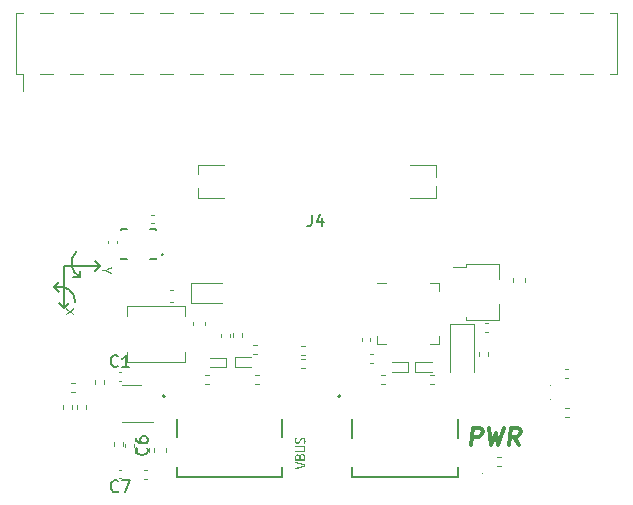
<source format=gbr>
%TF.GenerationSoftware,KiCad,Pcbnew,(7.0.0)*%
%TF.CreationDate,2023-04-19T19:18:22+08:00*%
%TF.ProjectId,Expansion,45787061-6e73-4696-9f6e-2e6b69636164,rev?*%
%TF.SameCoordinates,Original*%
%TF.FileFunction,Legend,Top*%
%TF.FilePolarity,Positive*%
%FSLAX46Y46*%
G04 Gerber Fmt 4.6, Leading zero omitted, Abs format (unit mm)*
G04 Created by KiCad (PCBNEW (7.0.0)) date 2023-04-19 19:18:22*
%MOMM*%
%LPD*%
G01*
G04 APERTURE LIST*
%ADD10C,0.150000*%
%ADD11C,0.300000*%
%ADD12C,0.120000*%
%ADD13C,0.127000*%
%ADD14C,0.100000*%
%ADD15C,0.200000*%
G04 APERTURE END LIST*
D10*
X118650000Y-90975000D02*
X118225001Y-90550001D01*
X114787783Y-92750749D02*
X115176691Y-92326484D01*
X115590000Y-90975000D02*
X118650000Y-90975000D01*
X116975000Y-91874999D02*
X116925000Y-91325000D01*
X116925000Y-91325000D02*
X116975000Y-91874999D01*
X118650000Y-90975000D02*
X118225001Y-91399999D01*
X116550144Y-94029396D02*
G75*
G03*
X114787783Y-92750749I-1309844J48496D01*
G01*
X116975000Y-91874999D02*
X116400000Y-91900000D01*
X115212047Y-93104301D02*
X114787783Y-92750749D01*
X115590000Y-90980000D02*
X115590000Y-94460000D01*
X116633016Y-89724739D02*
G75*
G03*
X116975000Y-91874999I891984J-960461D01*
G01*
X115590000Y-94460000D02*
X115165000Y-94035000D01*
X115590000Y-94460000D02*
X116015000Y-94035000D01*
G36*
X135154633Y-108036385D02*
G01*
X135165749Y-108034243D01*
X135176993Y-108032030D01*
X135188364Y-108029747D01*
X135199864Y-108027394D01*
X135211491Y-108024969D01*
X135223246Y-108022474D01*
X135235129Y-108019909D01*
X135247140Y-108017273D01*
X135259279Y-108014566D01*
X135271545Y-108011789D01*
X135283940Y-108008941D01*
X135296462Y-108006022D01*
X135309112Y-108003033D01*
X135321890Y-107999973D01*
X135334796Y-107996843D01*
X135347829Y-107993642D01*
X135360927Y-107990365D01*
X135374024Y-107987067D01*
X135387122Y-107983748D01*
X135400219Y-107980407D01*
X135413317Y-107977046D01*
X135426414Y-107973664D01*
X135439512Y-107970261D01*
X135452609Y-107966837D01*
X135465707Y-107963391D01*
X135478804Y-107959925D01*
X135491902Y-107956438D01*
X135505000Y-107952930D01*
X135518097Y-107949401D01*
X135531195Y-107945851D01*
X135544292Y-107942280D01*
X135557390Y-107938688D01*
X135570422Y-107935082D01*
X135583386Y-107931471D01*
X135596281Y-107927854D01*
X135609108Y-107924231D01*
X135621866Y-107920603D01*
X135634555Y-107916969D01*
X135647176Y-107913329D01*
X135659727Y-107909684D01*
X135672210Y-107906032D01*
X135684625Y-107902376D01*
X135696971Y-107898713D01*
X135709248Y-107895044D01*
X135721456Y-107891370D01*
X135733596Y-107887690D01*
X135745666Y-107884005D01*
X135757669Y-107880314D01*
X135769513Y-107876636D01*
X135781169Y-107872990D01*
X135792639Y-107869377D01*
X135803922Y-107865796D01*
X135815018Y-107862248D01*
X135825927Y-107858732D01*
X135836649Y-107855249D01*
X135847184Y-107851798D01*
X135857532Y-107848380D01*
X135867692Y-107844994D01*
X135877666Y-107841640D01*
X135887453Y-107838319D01*
X135897053Y-107835030D01*
X135906466Y-107831774D01*
X135915692Y-107828550D01*
X135924731Y-107825359D01*
X135911089Y-107821077D01*
X135901747Y-107818146D01*
X135892206Y-107815154D01*
X135882467Y-107812101D01*
X135872530Y-107808987D01*
X135862394Y-107805812D01*
X135852059Y-107802576D01*
X135841526Y-107799278D01*
X135830795Y-107795920D01*
X135819865Y-107792501D01*
X135808736Y-107789020D01*
X135797410Y-107785479D01*
X135785884Y-107781876D01*
X135774161Y-107778212D01*
X135762239Y-107774488D01*
X135756203Y-107772602D01*
X135744052Y-107768820D01*
X135731840Y-107765042D01*
X135719567Y-107761271D01*
X135707233Y-107757505D01*
X135694837Y-107753745D01*
X135682381Y-107749991D01*
X135669863Y-107746242D01*
X135657285Y-107742500D01*
X135644645Y-107738762D01*
X135631945Y-107735031D01*
X135619183Y-107731305D01*
X135606360Y-107727585D01*
X135593476Y-107723871D01*
X135580532Y-107720163D01*
X135567526Y-107716460D01*
X135554459Y-107712763D01*
X135541365Y-107709083D01*
X135528279Y-107705432D01*
X135515200Y-107701809D01*
X135502130Y-107698215D01*
X135489066Y-107694650D01*
X135476011Y-107691113D01*
X135462963Y-107687605D01*
X135449923Y-107684125D01*
X135436890Y-107680675D01*
X135423865Y-107677252D01*
X135410848Y-107673859D01*
X135397838Y-107670494D01*
X135384836Y-107667157D01*
X135371841Y-107663849D01*
X135358855Y-107660570D01*
X135345875Y-107657320D01*
X135332935Y-107654089D01*
X135320127Y-107650931D01*
X135307450Y-107647846D01*
X135294905Y-107644833D01*
X135282491Y-107641892D01*
X135270210Y-107639024D01*
X135258059Y-107636229D01*
X135246041Y-107633506D01*
X135234154Y-107630856D01*
X135222399Y-107628278D01*
X135210776Y-107625772D01*
X135199284Y-107623340D01*
X135187924Y-107620979D01*
X135176695Y-107618691D01*
X135165598Y-107616476D01*
X135154633Y-107614333D01*
X135154633Y-107493433D01*
X135165599Y-107495664D01*
X135177248Y-107498144D01*
X135189579Y-107500873D01*
X135202593Y-107503851D01*
X135216289Y-107507078D01*
X135225799Y-107509368D01*
X135235613Y-107511769D01*
X135245730Y-107514280D01*
X135256150Y-107516902D01*
X135266874Y-107519634D01*
X135277901Y-107522477D01*
X135289232Y-107525431D01*
X135300866Y-107528496D01*
X135306796Y-107530069D01*
X135318793Y-107533253D01*
X135330969Y-107536515D01*
X135343324Y-107539855D01*
X135355859Y-107543274D01*
X135368573Y-107546770D01*
X135381466Y-107550345D01*
X135394539Y-107553998D01*
X135407791Y-107557730D01*
X135421222Y-107561539D01*
X135434833Y-107565427D01*
X135448623Y-107569393D01*
X135462593Y-107573438D01*
X135476742Y-107577560D01*
X135491070Y-107581761D01*
X135505578Y-107586040D01*
X135520265Y-107590397D01*
X135535067Y-107594824D01*
X135549982Y-107599312D01*
X135565010Y-107603861D01*
X135580150Y-107608471D01*
X135595403Y-107613142D01*
X135610768Y-107617875D01*
X135626246Y-107622668D01*
X135641837Y-107627522D01*
X135657540Y-107632438D01*
X135673355Y-107637414D01*
X135689284Y-107642452D01*
X135705324Y-107647550D01*
X135721478Y-107652710D01*
X135737744Y-107657930D01*
X135754122Y-107663212D01*
X135770614Y-107668555D01*
X135787111Y-107673942D01*
X135803571Y-107679355D01*
X135819993Y-107684795D01*
X135836376Y-107690262D01*
X135852721Y-107695756D01*
X135869028Y-107701276D01*
X135885297Y-107706823D01*
X135901528Y-107712397D01*
X135917720Y-107717997D01*
X135933875Y-107723624D01*
X135949991Y-107729278D01*
X135966069Y-107734959D01*
X135982109Y-107740666D01*
X135998111Y-107746400D01*
X136014074Y-107752160D01*
X136030000Y-107757948D01*
X136030000Y-107901318D01*
X136014077Y-107906775D01*
X135998122Y-107912214D01*
X135982135Y-107917636D01*
X135966115Y-107923041D01*
X135950062Y-107928428D01*
X135933978Y-107933799D01*
X135917861Y-107939152D01*
X135901711Y-107944488D01*
X135885529Y-107949807D01*
X135869314Y-107955109D01*
X135853068Y-107960394D01*
X135836788Y-107965661D01*
X135820476Y-107970911D01*
X135804132Y-107976144D01*
X135787755Y-107981360D01*
X135771346Y-107986559D01*
X135754944Y-107991725D01*
X135738648Y-107996840D01*
X135722460Y-108001906D01*
X135706378Y-108006923D01*
X135690403Y-108011890D01*
X135674535Y-108016807D01*
X135658773Y-108021675D01*
X135643119Y-108026493D01*
X135627571Y-108031261D01*
X135612131Y-108035980D01*
X135596797Y-108040649D01*
X135581570Y-108045269D01*
X135566449Y-108049839D01*
X135551436Y-108054359D01*
X135536530Y-108058830D01*
X135521730Y-108063251D01*
X135507040Y-108067610D01*
X135492524Y-108071892D01*
X135478181Y-108076097D01*
X135464012Y-108080226D01*
X135450017Y-108084279D01*
X135436196Y-108088256D01*
X135422548Y-108092156D01*
X135409073Y-108095980D01*
X135395772Y-108099728D01*
X135382645Y-108103399D01*
X135369692Y-108106994D01*
X135356912Y-108110512D01*
X135344306Y-108113955D01*
X135331873Y-108117321D01*
X135319614Y-108120610D01*
X135307529Y-108123824D01*
X135295655Y-108126920D01*
X135284089Y-108129918D01*
X135272833Y-108132820D01*
X135261886Y-108135624D01*
X135251248Y-108138330D01*
X135240920Y-108140940D01*
X135230900Y-108143452D01*
X135221189Y-108145867D01*
X135207203Y-108149306D01*
X135193912Y-108152527D01*
X135181317Y-108155529D01*
X135169417Y-108158311D01*
X135158213Y-108160875D01*
X135154633Y-108161681D01*
X135154633Y-108036385D01*
G37*
G36*
X135788475Y-106846269D02*
G01*
X135803651Y-106847243D01*
X135818341Y-106848865D01*
X135832544Y-106851135D01*
X135846261Y-106854055D01*
X135859491Y-106857623D01*
X135872235Y-106861840D01*
X135884492Y-106866706D01*
X135896262Y-106872220D01*
X135907546Y-106878384D01*
X135918343Y-106885196D01*
X135928654Y-106892657D01*
X135938478Y-106900766D01*
X135947816Y-106909525D01*
X135956667Y-106918932D01*
X135965031Y-106928988D01*
X135972898Y-106939752D01*
X135980258Y-106951286D01*
X135987110Y-106963589D01*
X135993455Y-106976661D01*
X135999292Y-106990502D01*
X136004621Y-107005111D01*
X136009443Y-107020490D01*
X136013757Y-107036638D01*
X136017564Y-107053554D01*
X136020863Y-107071240D01*
X136023655Y-107089695D01*
X136025939Y-107108918D01*
X136026891Y-107118818D01*
X136027715Y-107128911D01*
X136028413Y-107139196D01*
X136028984Y-107149672D01*
X136029428Y-107160342D01*
X136029746Y-107171203D01*
X136029936Y-107182257D01*
X136030000Y-107193503D01*
X136029923Y-107204463D01*
X136029731Y-107214805D01*
X136029422Y-107225848D01*
X136029065Y-107235871D01*
X136028778Y-107242840D01*
X136028212Y-107253373D01*
X136027610Y-107263906D01*
X136026975Y-107274439D01*
X136026305Y-107284972D01*
X136025601Y-107295505D01*
X136025359Y-107299016D01*
X136024466Y-107309557D01*
X136023435Y-107320116D01*
X136022268Y-107330692D01*
X136020963Y-107341285D01*
X136019520Y-107351895D01*
X136019009Y-107355436D01*
X136017326Y-107365720D01*
X136015574Y-107375506D01*
X136013443Y-107386293D01*
X136011220Y-107396403D01*
X136009239Y-107404528D01*
X135175394Y-107404528D01*
X135172783Y-107393629D01*
X135170625Y-107383441D01*
X135168583Y-107372645D01*
X135166925Y-107362908D01*
X135165868Y-107356168D01*
X135164306Y-107345776D01*
X135162914Y-107335297D01*
X135161695Y-107324733D01*
X135160648Y-107314082D01*
X135159772Y-107303346D01*
X135159518Y-107299748D01*
X135158728Y-107288992D01*
X135158007Y-107278339D01*
X135157354Y-107267789D01*
X135156770Y-107257342D01*
X135156255Y-107246998D01*
X135156099Y-107243572D01*
X135155601Y-107233403D01*
X135155206Y-107223594D01*
X135154875Y-107212606D01*
X135154685Y-107202109D01*
X135154633Y-107193503D01*
X135154689Y-107186664D01*
X135248422Y-107186664D01*
X135248440Y-107197822D01*
X135248494Y-107208550D01*
X135248583Y-107218850D01*
X135248709Y-107228719D01*
X135248906Y-107239997D01*
X135249155Y-107250655D01*
X135249569Y-107261852D01*
X135250271Y-107272759D01*
X135251353Y-107282621D01*
X135252575Y-107289246D01*
X135529790Y-107289246D01*
X135623579Y-107289246D01*
X135930593Y-107289246D01*
X135932357Y-107278825D01*
X135933330Y-107268864D01*
X135934256Y-107257494D01*
X135934920Y-107246171D01*
X135935369Y-107235948D01*
X135935722Y-107225010D01*
X135935979Y-107213356D01*
X135936117Y-107203518D01*
X135936193Y-107193221D01*
X135936210Y-107185198D01*
X135936103Y-107174326D01*
X135935783Y-107163568D01*
X135935249Y-107152924D01*
X135934501Y-107142395D01*
X135933539Y-107131980D01*
X135932363Y-107121680D01*
X135930974Y-107111494D01*
X135929371Y-107101423D01*
X135927421Y-107091554D01*
X135925112Y-107081975D01*
X135921722Y-107070409D01*
X135917771Y-107059297D01*
X135913259Y-107048638D01*
X135908187Y-107038431D01*
X135903726Y-107030593D01*
X135897563Y-107021191D01*
X135890827Y-107012375D01*
X135883519Y-107004142D01*
X135875638Y-106996494D01*
X135867185Y-106989430D01*
X135858159Y-106982951D01*
X135854389Y-106980523D01*
X135844337Y-106975035D01*
X135833414Y-106970476D01*
X135824048Y-106967500D01*
X135814126Y-106965118D01*
X135803646Y-106963332D01*
X135792610Y-106962142D01*
X135781016Y-106961546D01*
X135775010Y-106961472D01*
X135764481Y-106961747D01*
X135754387Y-106962571D01*
X135742381Y-106964374D01*
X135731055Y-106967036D01*
X135720409Y-106970557D01*
X135710442Y-106974936D01*
X135702958Y-106979057D01*
X135694091Y-106984827D01*
X135685809Y-106991146D01*
X135678111Y-106998012D01*
X135670997Y-107005428D01*
X135664467Y-107013392D01*
X135658522Y-107021905D01*
X135656308Y-107025464D01*
X135651127Y-107034697D01*
X135646424Y-107044383D01*
X135642197Y-107054522D01*
X135638448Y-107065115D01*
X135635175Y-107076161D01*
X135632380Y-107087660D01*
X135631395Y-107092386D01*
X135629144Y-107104288D01*
X135627274Y-107116333D01*
X135626052Y-107126073D01*
X135625075Y-107135903D01*
X135624343Y-107145826D01*
X135623854Y-107155840D01*
X135623610Y-107165945D01*
X135623579Y-107171032D01*
X135623579Y-107289246D01*
X135529790Y-107289246D01*
X135529790Y-107197899D01*
X135529617Y-107186908D01*
X135529098Y-107175917D01*
X135528234Y-107164926D01*
X135527023Y-107153935D01*
X135525467Y-107142944D01*
X135523565Y-107131953D01*
X135522707Y-107127557D01*
X135520285Y-107116739D01*
X135517445Y-107106267D01*
X135514188Y-107096141D01*
X135510514Y-107086360D01*
X135506422Y-107076926D01*
X135501913Y-107067837D01*
X135499993Y-107064298D01*
X135494833Y-107055725D01*
X135489126Y-107047712D01*
X135481552Y-107038836D01*
X135473189Y-107030767D01*
X135464035Y-107023506D01*
X135457494Y-107019113D01*
X135448676Y-107014258D01*
X135439167Y-107010226D01*
X135428965Y-107007017D01*
X135418072Y-107004630D01*
X135406487Y-107003067D01*
X135396721Y-107002409D01*
X135389106Y-107002260D01*
X135377403Y-107002642D01*
X135366261Y-107003787D01*
X135355679Y-107005695D01*
X135345658Y-107008367D01*
X135336197Y-107011801D01*
X135327297Y-107015999D01*
X135323893Y-107017892D01*
X135314079Y-107024014D01*
X135304968Y-107030841D01*
X135296562Y-107038371D01*
X135288860Y-107046606D01*
X135281862Y-107055545D01*
X135279685Y-107058681D01*
X135273626Y-107068398D01*
X135268271Y-107078682D01*
X135264346Y-107087685D01*
X135260910Y-107097081D01*
X135257963Y-107106871D01*
X135255505Y-107117055D01*
X135253465Y-107127448D01*
X135251770Y-107138020D01*
X135250421Y-107148772D01*
X135249418Y-107159702D01*
X135248761Y-107170811D01*
X135248450Y-107182099D01*
X135248422Y-107186664D01*
X135154689Y-107186664D01*
X135154732Y-107181442D01*
X135155028Y-107169532D01*
X135155522Y-107157771D01*
X135156213Y-107146162D01*
X135157102Y-107134702D01*
X135158188Y-107123393D01*
X135159472Y-107112233D01*
X135160953Y-107101225D01*
X135162632Y-107090366D01*
X135164508Y-107079658D01*
X135165868Y-107072602D01*
X135168110Y-107062155D01*
X135170622Y-107051969D01*
X135173405Y-107042045D01*
X135176459Y-107032383D01*
X135179782Y-107022982D01*
X135183377Y-107013844D01*
X135188590Y-107002067D01*
X135194283Y-106990755D01*
X135200458Y-106979909D01*
X135203726Y-106974661D01*
X135210588Y-106964567D01*
X135217984Y-106955045D01*
X135225914Y-106946096D01*
X135234378Y-106937719D01*
X135243377Y-106929915D01*
X135252910Y-106922683D01*
X135262978Y-106916024D01*
X135273579Y-106909937D01*
X135284715Y-106904498D01*
X135296508Y-106899785D01*
X135308956Y-106895797D01*
X135318724Y-106893282D01*
X135328860Y-106891175D01*
X135339366Y-106889475D01*
X135350241Y-106888184D01*
X135361485Y-106887300D01*
X135373099Y-106886824D01*
X135381046Y-106886734D01*
X135392509Y-106887086D01*
X135403818Y-106888142D01*
X135414972Y-106889902D01*
X135425972Y-106892366D01*
X135436817Y-106895535D01*
X135440397Y-106896748D01*
X135450993Y-106900686D01*
X135461349Y-106905174D01*
X135471464Y-106910211D01*
X135481338Y-106915799D01*
X135490973Y-106921935D01*
X135494131Y-106924103D01*
X135503350Y-106930895D01*
X135512140Y-106938082D01*
X135520500Y-106945664D01*
X135528432Y-106953641D01*
X135535933Y-106962013D01*
X135538339Y-106964891D01*
X135545073Y-106973713D01*
X135551173Y-106982774D01*
X135556637Y-106992077D01*
X135561465Y-107001619D01*
X135565659Y-107011402D01*
X135566915Y-107014717D01*
X135570821Y-107001459D01*
X135575301Y-106988613D01*
X135580357Y-106976180D01*
X135585989Y-106964159D01*
X135592196Y-106952549D01*
X135598978Y-106941352D01*
X135606335Y-106930568D01*
X135614268Y-106920195D01*
X135622776Y-106910234D01*
X135631859Y-106900686D01*
X135638234Y-106894549D01*
X135648215Y-106885863D01*
X135658742Y-106878032D01*
X135669814Y-106871054D01*
X135681431Y-106864931D01*
X135693593Y-106859663D01*
X135706300Y-106855248D01*
X135719553Y-106851688D01*
X135733351Y-106848983D01*
X135747695Y-106847132D01*
X135757560Y-106846372D01*
X135767667Y-106845993D01*
X135772812Y-106845945D01*
X135788475Y-106846269D01*
G37*
G36*
X136045631Y-106429267D02*
G01*
X136045434Y-106443580D01*
X136044841Y-106457485D01*
X136043854Y-106470983D01*
X136042471Y-106484073D01*
X136040694Y-106496754D01*
X136038521Y-106509028D01*
X136035954Y-106520894D01*
X136032991Y-106532353D01*
X136029634Y-106543403D01*
X136025882Y-106554045D01*
X136023161Y-106560914D01*
X136018743Y-106570900D01*
X136014007Y-106580526D01*
X136008954Y-106589791D01*
X136003583Y-106598695D01*
X135997894Y-106607239D01*
X135991888Y-106615422D01*
X135985564Y-106623244D01*
X135978922Y-106630706D01*
X135971963Y-106637807D01*
X135964686Y-106644548D01*
X135959658Y-106648841D01*
X135951849Y-106655002D01*
X135943718Y-106660845D01*
X135935265Y-106666371D01*
X135926490Y-106671579D01*
X135917393Y-106676469D01*
X135907974Y-106681041D01*
X135898234Y-106685296D01*
X135888171Y-106689233D01*
X135877786Y-106692852D01*
X135867079Y-106696154D01*
X135859762Y-106698178D01*
X135848509Y-106700928D01*
X135837008Y-106703407D01*
X135825257Y-106705616D01*
X135813257Y-106707555D01*
X135801008Y-106709223D01*
X135788510Y-106710620D01*
X135775763Y-106711747D01*
X135762767Y-106712604D01*
X135749522Y-106713190D01*
X135736028Y-106713505D01*
X135726894Y-106713565D01*
X135154633Y-106713565D01*
X135154633Y-106598039D01*
X135718834Y-106598039D01*
X135731145Y-106597933D01*
X135743074Y-106597618D01*
X135754621Y-106597092D01*
X135765786Y-106596356D01*
X135776569Y-106595409D01*
X135786969Y-106594252D01*
X135796988Y-106592884D01*
X135809751Y-106590734D01*
X135821836Y-106588209D01*
X135830453Y-106586071D01*
X135841352Y-106582926D01*
X135851702Y-106579476D01*
X135861502Y-106575721D01*
X135870753Y-106571660D01*
X135881544Y-106566155D01*
X135891476Y-106560173D01*
X135900549Y-106553714D01*
X135902260Y-106552365D01*
X135910281Y-106545346D01*
X135917550Y-106537873D01*
X135924067Y-106529947D01*
X135929833Y-106521568D01*
X135934848Y-106512735D01*
X135939112Y-106503450D01*
X135940607Y-106499609D01*
X135943843Y-106489713D01*
X135946531Y-106479411D01*
X135948671Y-106468704D01*
X135950262Y-106457591D01*
X135951304Y-106446073D01*
X135951798Y-106434150D01*
X135951842Y-106429267D01*
X135951567Y-106417181D01*
X135950745Y-106405501D01*
X135949373Y-106394226D01*
X135947453Y-106383357D01*
X135944984Y-106372893D01*
X135941967Y-106362835D01*
X135940607Y-106358925D01*
X135936644Y-106349458D01*
X135931929Y-106340444D01*
X135926464Y-106331884D01*
X135920247Y-106323777D01*
X135913278Y-106316123D01*
X135905559Y-106308922D01*
X135902260Y-106306168D01*
X135893359Y-106299614D01*
X135883599Y-106293536D01*
X135872980Y-106287936D01*
X135863867Y-106283799D01*
X135854204Y-106279968D01*
X135843991Y-106276441D01*
X135833229Y-106273220D01*
X135830453Y-106272463D01*
X135818878Y-106269658D01*
X135806624Y-106267227D01*
X135793691Y-106265170D01*
X135783545Y-106263873D01*
X135773017Y-106262786D01*
X135762107Y-106261909D01*
X135750815Y-106261243D01*
X135739140Y-106260787D01*
X135727084Y-106260542D01*
X135718834Y-106260495D01*
X135154633Y-106260495D01*
X135154633Y-106144968D01*
X135726894Y-106144968D01*
X135740554Y-106145105D01*
X135753965Y-106145518D01*
X135767127Y-106146205D01*
X135780040Y-106147166D01*
X135792704Y-106148403D01*
X135805119Y-106149914D01*
X135817284Y-106151700D01*
X135829201Y-106153761D01*
X135840869Y-106156096D01*
X135852288Y-106158707D01*
X135859762Y-106160600D01*
X135870684Y-106163646D01*
X135881283Y-106167014D01*
X135891561Y-106170704D01*
X135901516Y-106174716D01*
X135911150Y-106179050D01*
X135920461Y-106183706D01*
X135929451Y-106188684D01*
X135938118Y-106193985D01*
X135946464Y-106199607D01*
X135954487Y-106205551D01*
X135959658Y-106209692D01*
X135967147Y-106216193D01*
X135974318Y-106223053D01*
X135981171Y-106230275D01*
X135987707Y-106237857D01*
X135993925Y-106245799D01*
X135999826Y-106254103D01*
X136005409Y-106262767D01*
X136010674Y-106271791D01*
X136015621Y-106281176D01*
X136020251Y-106290922D01*
X136023161Y-106297620D01*
X136027176Y-106307990D01*
X136030797Y-106318769D01*
X136034023Y-106329955D01*
X136036854Y-106341549D01*
X136039289Y-106353551D01*
X136041330Y-106365961D01*
X136042976Y-106378779D01*
X136044227Y-106392004D01*
X136045082Y-106405638D01*
X136045543Y-106419679D01*
X136045631Y-106429267D01*
G37*
G36*
X135951842Y-105752226D02*
G01*
X135951710Y-105741308D01*
X135951315Y-105730721D01*
X135950657Y-105720464D01*
X135949735Y-105710536D01*
X135947859Y-105696265D01*
X135945390Y-105682736D01*
X135942329Y-105669949D01*
X135938676Y-105657906D01*
X135934429Y-105646605D01*
X135929591Y-105636047D01*
X135924160Y-105626232D01*
X135918136Y-105617159D01*
X135911477Y-105608866D01*
X135904229Y-105601388D01*
X135896393Y-105594727D01*
X135887968Y-105588881D01*
X135878956Y-105583850D01*
X135869355Y-105579636D01*
X135859167Y-105576237D01*
X135848390Y-105573654D01*
X135837025Y-105571886D01*
X135825071Y-105570934D01*
X135816775Y-105570753D01*
X135806765Y-105571016D01*
X135794779Y-105572086D01*
X135783376Y-105573979D01*
X135772558Y-105576694D01*
X135762325Y-105580233D01*
X135752675Y-105584594D01*
X135747166Y-105587606D01*
X135738333Y-105593153D01*
X135729845Y-105599260D01*
X135721703Y-105605928D01*
X135713907Y-105613156D01*
X135706457Y-105620945D01*
X135699353Y-105629294D01*
X135696608Y-105632791D01*
X135689882Y-105641741D01*
X135683442Y-105651038D01*
X135677288Y-105660680D01*
X135671420Y-105670668D01*
X135665839Y-105681001D01*
X135660544Y-105691681D01*
X135658506Y-105696050D01*
X135653516Y-105707076D01*
X135648622Y-105718175D01*
X135643823Y-105729345D01*
X135639119Y-105740586D01*
X135635425Y-105749631D01*
X135631792Y-105758721D01*
X135628220Y-105767857D01*
X135624064Y-105778310D01*
X135619778Y-105788664D01*
X135615363Y-105798918D01*
X135610818Y-105809073D01*
X135606143Y-105819129D01*
X135601338Y-105829086D01*
X135596404Y-105838943D01*
X135591339Y-105848702D01*
X135586046Y-105858219D01*
X135580547Y-105867478D01*
X135574842Y-105876477D01*
X135568930Y-105885216D01*
X135562813Y-105893696D01*
X135556489Y-105901916D01*
X135549959Y-105909877D01*
X135543224Y-105917578D01*
X135536179Y-105924951D01*
X135528844Y-105931927D01*
X135521219Y-105938507D01*
X135513304Y-105944689D01*
X135505099Y-105950474D01*
X135496604Y-105955863D01*
X135487819Y-105960855D01*
X135478743Y-105965450D01*
X135469248Y-105969571D01*
X135459326Y-105973143D01*
X135448976Y-105976166D01*
X135438199Y-105978639D01*
X135426994Y-105980562D01*
X135415362Y-105981936D01*
X135403303Y-105982760D01*
X135390816Y-105983035D01*
X135377086Y-105982755D01*
X135363739Y-105981913D01*
X135350776Y-105980511D01*
X135338197Y-105978547D01*
X135326001Y-105976023D01*
X135314189Y-105972937D01*
X135302760Y-105969291D01*
X135291714Y-105965083D01*
X135281053Y-105960315D01*
X135270774Y-105954985D01*
X135260880Y-105949095D01*
X135251369Y-105942643D01*
X135242241Y-105935631D01*
X135233497Y-105928058D01*
X135225136Y-105919923D01*
X135217159Y-105911228D01*
X135209588Y-105902032D01*
X135202505Y-105892398D01*
X135195910Y-105882325D01*
X135189804Y-105871813D01*
X135184187Y-105860862D01*
X135179057Y-105849472D01*
X135174417Y-105837644D01*
X135170265Y-105825376D01*
X135166601Y-105812670D01*
X135163426Y-105799525D01*
X135160739Y-105785941D01*
X135158541Y-105771918D01*
X135156831Y-105757456D01*
X135155610Y-105742555D01*
X135154877Y-105727216D01*
X135154633Y-105711437D01*
X135154746Y-105700464D01*
X135155086Y-105689527D01*
X135155653Y-105678625D01*
X135156446Y-105667760D01*
X135157466Y-105656930D01*
X135158712Y-105646135D01*
X135159274Y-105641828D01*
X135160772Y-105631185D01*
X135162365Y-105620781D01*
X135164054Y-105610615D01*
X135165838Y-105600688D01*
X135167717Y-105591000D01*
X135170099Y-105579688D01*
X135170509Y-105577836D01*
X135173076Y-105566977D01*
X135175833Y-105556564D01*
X135178778Y-105546598D01*
X135181912Y-105537078D01*
X135185807Y-105526536D01*
X135186385Y-105525080D01*
X135190350Y-105515361D01*
X135194911Y-105505313D01*
X135199502Y-105496394D01*
X135204703Y-105487711D01*
X135295317Y-105524347D01*
X135290432Y-105533643D01*
X135285547Y-105543977D01*
X135281639Y-105552991D01*
X135277732Y-105562669D01*
X135273824Y-105573011D01*
X135269916Y-105584018D01*
X135266008Y-105595688D01*
X135264054Y-105601772D01*
X135260390Y-105614225D01*
X135257963Y-105623799D01*
X135255811Y-105633576D01*
X135253933Y-105643554D01*
X135252330Y-105653735D01*
X135251002Y-105664117D01*
X135249949Y-105674700D01*
X135249170Y-105685486D01*
X135248667Y-105696473D01*
X135248438Y-105707662D01*
X135248422Y-105711437D01*
X135248701Y-105723150D01*
X135249539Y-105734567D01*
X135250934Y-105745687D01*
X135252887Y-105756511D01*
X135255399Y-105767039D01*
X135258469Y-105777271D01*
X135262097Y-105787206D01*
X135266283Y-105796846D01*
X135271027Y-105806189D01*
X135276329Y-105815235D01*
X135280174Y-105821102D01*
X135286363Y-105829395D01*
X135293114Y-105836873D01*
X135300428Y-105843535D01*
X135308304Y-105849381D01*
X135316742Y-105854411D01*
X135325743Y-105858626D01*
X135335307Y-105862025D01*
X135345433Y-105864608D01*
X135356121Y-105866375D01*
X135367372Y-105867327D01*
X135375184Y-105867508D01*
X135386359Y-105867186D01*
X135396985Y-105866220D01*
X135407062Y-105864610D01*
X135416591Y-105862356D01*
X135427302Y-105858801D01*
X135437222Y-105854319D01*
X135446441Y-105848938D01*
X135455231Y-105842870D01*
X135463592Y-105836115D01*
X135471523Y-105828674D01*
X135479025Y-105820545D01*
X135481430Y-105817683D01*
X135488454Y-105808707D01*
X135495237Y-105799181D01*
X135500707Y-105790824D01*
X135506009Y-105782084D01*
X135511144Y-105772963D01*
X135516113Y-105763461D01*
X135520921Y-105753636D01*
X135525730Y-105743549D01*
X135530538Y-105733200D01*
X135535347Y-105722588D01*
X135540155Y-105711714D01*
X135544964Y-105700578D01*
X135546887Y-105696050D01*
X135551009Y-105686102D01*
X135555130Y-105676318D01*
X135559252Y-105666696D01*
X135563374Y-105657238D01*
X135567495Y-105647943D01*
X135571617Y-105638811D01*
X135575738Y-105629842D01*
X135581234Y-105618138D01*
X135586729Y-105606723D01*
X135590851Y-105598353D01*
X135596476Y-105587442D01*
X135602361Y-105576936D01*
X135608505Y-105566834D01*
X135614909Y-105557137D01*
X135621572Y-105547844D01*
X135628495Y-105538956D01*
X135635677Y-105530472D01*
X135643119Y-105522393D01*
X135650862Y-105514677D01*
X135658949Y-105507403D01*
X135667379Y-105500572D01*
X135676153Y-105494183D01*
X135685270Y-105488237D01*
X135694730Y-105482734D01*
X135704534Y-105477674D01*
X135714682Y-105473056D01*
X135725223Y-105468934D01*
X135736328Y-105465362D01*
X135747998Y-105462340D01*
X135760233Y-105459867D01*
X135773033Y-105457943D01*
X135783004Y-105456862D01*
X135793292Y-105456089D01*
X135803898Y-105455625D01*
X135814822Y-105455471D01*
X135828542Y-105455770D01*
X135841860Y-105456669D01*
X135854775Y-105458167D01*
X135867288Y-105460264D01*
X135879398Y-105462960D01*
X135891105Y-105466255D01*
X135902410Y-105470150D01*
X135913312Y-105474644D01*
X135923812Y-105479736D01*
X135933909Y-105485428D01*
X135943603Y-105491720D01*
X135952895Y-105498610D01*
X135961784Y-105506099D01*
X135970271Y-105514188D01*
X135978355Y-105522876D01*
X135986036Y-105532163D01*
X135993252Y-105542010D01*
X136000003Y-105552378D01*
X136006289Y-105563267D01*
X136012109Y-105574676D01*
X136017463Y-105586607D01*
X136022352Y-105599059D01*
X136026775Y-105612031D01*
X136030732Y-105625525D01*
X136034224Y-105639539D01*
X136037250Y-105654074D01*
X136039811Y-105669131D01*
X136041906Y-105684708D01*
X136043536Y-105700806D01*
X136044700Y-105717425D01*
X136045398Y-105734565D01*
X136045631Y-105752226D01*
X136045532Y-105763739D01*
X136045234Y-105775078D01*
X136044738Y-105786240D01*
X136044043Y-105797227D01*
X136043150Y-105808039D01*
X136042059Y-105818675D01*
X136040769Y-105829135D01*
X136039281Y-105839420D01*
X136037640Y-105849476D01*
X136035892Y-105859250D01*
X136033557Y-105871070D01*
X136031055Y-105882448D01*
X136028386Y-105893385D01*
X136025550Y-105903881D01*
X136023161Y-105911960D01*
X136020037Y-105921622D01*
X136016926Y-105930913D01*
X136013208Y-105941575D01*
X136009507Y-105951704D01*
X136005823Y-105961301D01*
X136003377Y-105967404D01*
X135999161Y-105977338D01*
X135994486Y-105987375D01*
X135989409Y-105996987D01*
X135985059Y-106004040D01*
X135889316Y-105968869D01*
X135894796Y-105959442D01*
X135900550Y-105948714D01*
X135905351Y-105939196D01*
X135910327Y-105928847D01*
X135915479Y-105917665D01*
X135919458Y-105908733D01*
X135923536Y-105899332D01*
X135927713Y-105889464D01*
X135929127Y-105886071D01*
X135933187Y-105875556D01*
X135936847Y-105864621D01*
X135940107Y-105853265D01*
X135942969Y-105841489D01*
X135945431Y-105829291D01*
X135947494Y-105816673D01*
X135949158Y-105803634D01*
X135950422Y-105790175D01*
X135951287Y-105776294D01*
X135951753Y-105761993D01*
X135951842Y-105752226D01*
G37*
G36*
X115760000Y-94994647D02*
G01*
X115769659Y-94989112D01*
X115778195Y-94984158D01*
X115787172Y-94978893D01*
X115796589Y-94973319D01*
X115806449Y-94967435D01*
X115816749Y-94961241D01*
X115818862Y-94959965D01*
X115827384Y-94954839D01*
X115835974Y-94949600D01*
X115844633Y-94944245D01*
X115853361Y-94938777D01*
X115862158Y-94933193D01*
X115871023Y-94927496D01*
X115879957Y-94921683D01*
X115888960Y-94915757D01*
X115897985Y-94909742D01*
X115906988Y-94903667D01*
X115915968Y-94897530D01*
X115924924Y-94891332D01*
X115933858Y-94885074D01*
X115942769Y-94878754D01*
X115951658Y-94872373D01*
X115960523Y-94865931D01*
X115969308Y-94859466D01*
X115977956Y-94853017D01*
X115986466Y-94846582D01*
X115994839Y-94840163D01*
X116003075Y-94833760D01*
X116011173Y-94827371D01*
X116019134Y-94820998D01*
X116026957Y-94814640D01*
X116018737Y-94808248D01*
X116010440Y-94801772D01*
X116002067Y-94795211D01*
X115993618Y-94788567D01*
X115985092Y-94781839D01*
X115976490Y-94775027D01*
X115967812Y-94768131D01*
X115959057Y-94761151D01*
X115950253Y-94754159D01*
X115941426Y-94747229D01*
X115932576Y-94740360D01*
X115923703Y-94733551D01*
X115914807Y-94726804D01*
X115905889Y-94720118D01*
X115896947Y-94713493D01*
X115887983Y-94706929D01*
X115879041Y-94700453D01*
X115870168Y-94694091D01*
X115861364Y-94687844D01*
X115852629Y-94681711D01*
X115843962Y-94675693D01*
X115835364Y-94669789D01*
X115826834Y-94664000D01*
X115818374Y-94658325D01*
X115810088Y-94652818D01*
X115800129Y-94646245D01*
X115790611Y-94640019D01*
X115781534Y-94634138D01*
X115772899Y-94628603D01*
X115763118Y-94622418D01*
X115760000Y-94620467D01*
X115760000Y-94500788D01*
X115770368Y-94506699D01*
X115780775Y-94512767D01*
X115791221Y-94518995D01*
X115801704Y-94525380D01*
X115812225Y-94531924D01*
X115822785Y-94538627D01*
X115833383Y-94545487D01*
X115844019Y-94552506D01*
X115854693Y-94559684D01*
X115865406Y-94567020D01*
X115876156Y-94574514D01*
X115886945Y-94582167D01*
X115897772Y-94589978D01*
X115908637Y-94597947D01*
X115919540Y-94606075D01*
X115930481Y-94614361D01*
X115941406Y-94622719D01*
X115952261Y-94631061D01*
X115963044Y-94639388D01*
X115973758Y-94647700D01*
X115984400Y-94655997D01*
X115994973Y-94664278D01*
X116005474Y-94672544D01*
X116015905Y-94680795D01*
X116026265Y-94689031D01*
X116036555Y-94697251D01*
X116046774Y-94705456D01*
X116056922Y-94713646D01*
X116067000Y-94721820D01*
X116077008Y-94729979D01*
X116086944Y-94738123D01*
X116096810Y-94746252D01*
X116416524Y-94510558D01*
X116416524Y-94641472D01*
X116185959Y-94810976D01*
X116416524Y-94979016D01*
X116416524Y-95102847D01*
X116102672Y-94872281D01*
X116092508Y-94880711D01*
X116082289Y-94889146D01*
X116072015Y-94897586D01*
X116061685Y-94906033D01*
X116051300Y-94914485D01*
X116040860Y-94922943D01*
X116030364Y-94931406D01*
X116019813Y-94939876D01*
X116009206Y-94948351D01*
X115998545Y-94956831D01*
X115987828Y-94965318D01*
X115977055Y-94973810D01*
X115966227Y-94982308D01*
X115955344Y-94990812D01*
X115944406Y-94999321D01*
X115933412Y-95007836D01*
X115922402Y-95016305D01*
X115911415Y-95024613D01*
X115900451Y-95032760D01*
X115889509Y-95040748D01*
X115878591Y-95048575D01*
X115867695Y-95056242D01*
X115856823Y-95063749D01*
X115845973Y-95071095D01*
X115835146Y-95078281D01*
X115824342Y-95085307D01*
X115813561Y-95092172D01*
X115802803Y-95098878D01*
X115792068Y-95105423D01*
X115781355Y-95111807D01*
X115770666Y-95118032D01*
X115760000Y-95124096D01*
X115760000Y-94994647D01*
G37*
G36*
X118820000Y-91270533D02*
G01*
X119145331Y-91270533D01*
X119154163Y-91265191D01*
X119162980Y-91259879D01*
X119171784Y-91254599D01*
X119180574Y-91249349D01*
X119189351Y-91244131D01*
X119198113Y-91238943D01*
X119206862Y-91233786D01*
X119215597Y-91228661D01*
X119224318Y-91223566D01*
X119233025Y-91218503D01*
X119241718Y-91213470D01*
X119250397Y-91208469D01*
X119259063Y-91203498D01*
X119267715Y-91198559D01*
X119276353Y-91193651D01*
X119284977Y-91188773D01*
X119293587Y-91183927D01*
X119302184Y-91179111D01*
X119310766Y-91174327D01*
X119319335Y-91169573D01*
X119327890Y-91164851D01*
X119344958Y-91155499D01*
X119361971Y-91146271D01*
X119378929Y-91137167D01*
X119395831Y-91128188D01*
X119412678Y-91119332D01*
X119421081Y-91114951D01*
X119437895Y-91106318D01*
X119454752Y-91097823D01*
X119471654Y-91089465D01*
X119488599Y-91081245D01*
X119505588Y-91073162D01*
X119522621Y-91065217D01*
X119539698Y-91057409D01*
X119556819Y-91049738D01*
X119573984Y-91042204D01*
X119591192Y-91034808D01*
X119608445Y-91027550D01*
X119625741Y-91020429D01*
X119643082Y-91013445D01*
X119660466Y-91006598D01*
X119677894Y-90999889D01*
X119695366Y-90993318D01*
X119695366Y-91122766D01*
X119680690Y-91127912D01*
X119666095Y-91133151D01*
X119651580Y-91138483D01*
X119637144Y-91143909D01*
X119622789Y-91149428D01*
X119608515Y-91155041D01*
X119594320Y-91160747D01*
X119580205Y-91166547D01*
X119566171Y-91172440D01*
X119552217Y-91178427D01*
X119538343Y-91184507D01*
X119524549Y-91190681D01*
X119510835Y-91196949D01*
X119497201Y-91203309D01*
X119483647Y-91209764D01*
X119470174Y-91216311D01*
X119456746Y-91222937D01*
X119443269Y-91229623D01*
X119429742Y-91236370D01*
X119416166Y-91243178D01*
X119402540Y-91250047D01*
X119388864Y-91256978D01*
X119375139Y-91263969D01*
X119361364Y-91271022D01*
X119347539Y-91278135D01*
X119333665Y-91285310D01*
X119319741Y-91292546D01*
X119305768Y-91299842D01*
X119291745Y-91307200D01*
X119277672Y-91314619D01*
X119263550Y-91322099D01*
X119249378Y-91329640D01*
X119264230Y-91337672D01*
X119278989Y-91345588D01*
X119293654Y-91353388D01*
X119308226Y-91361071D01*
X119322704Y-91368638D01*
X119337088Y-91376088D01*
X119351379Y-91383422D01*
X119365577Y-91390640D01*
X119379681Y-91397741D01*
X119393692Y-91404726D01*
X119407609Y-91411594D01*
X119421432Y-91418346D01*
X119435162Y-91424982D01*
X119448799Y-91431501D01*
X119462342Y-91437904D01*
X119475792Y-91444190D01*
X119489243Y-91450383D01*
X119502731Y-91456505D01*
X119516255Y-91462557D01*
X119529815Y-91468538D01*
X119543412Y-91474448D01*
X119557044Y-91480288D01*
X119570713Y-91486058D01*
X119584419Y-91491756D01*
X119598160Y-91497384D01*
X119611938Y-91502942D01*
X119625752Y-91508429D01*
X119639602Y-91513845D01*
X119653489Y-91519191D01*
X119667412Y-91524466D01*
X119681371Y-91529670D01*
X119695366Y-91534804D01*
X119695366Y-91661566D01*
X119678082Y-91654820D01*
X119660851Y-91647953D01*
X119643674Y-91640967D01*
X119626550Y-91633860D01*
X119609480Y-91626633D01*
X119592463Y-91619285D01*
X119575500Y-91611818D01*
X119558590Y-91604230D01*
X119541733Y-91596522D01*
X119524930Y-91588694D01*
X119508180Y-91580746D01*
X119491484Y-91572677D01*
X119474841Y-91564488D01*
X119458252Y-91556179D01*
X119441716Y-91547750D01*
X119425233Y-91539200D01*
X119408723Y-91530530D01*
X119392104Y-91521737D01*
X119375376Y-91512822D01*
X119358540Y-91503785D01*
X119341594Y-91494626D01*
X119324540Y-91485345D01*
X119307378Y-91475942D01*
X119298755Y-91471194D01*
X119290106Y-91466416D01*
X119281429Y-91461608D01*
X119272726Y-91456769D01*
X119263995Y-91451899D01*
X119255236Y-91446999D01*
X119246451Y-91442068D01*
X119237639Y-91437107D01*
X119228799Y-91432115D01*
X119219932Y-91427093D01*
X119211038Y-91422040D01*
X119202116Y-91416957D01*
X119193168Y-91411843D01*
X119184192Y-91406699D01*
X119175189Y-91401524D01*
X119166159Y-91396318D01*
X119157102Y-91391082D01*
X119148018Y-91385816D01*
X118820000Y-91385816D01*
X118820000Y-91270533D01*
G37*
D11*
X150041071Y-106123571D02*
X150228571Y-104623571D01*
X150228571Y-104623571D02*
X150800000Y-104623571D01*
X150800000Y-104623571D02*
X150933928Y-104695000D01*
X150933928Y-104695000D02*
X150996428Y-104766428D01*
X150996428Y-104766428D02*
X151050000Y-104909285D01*
X151050000Y-104909285D02*
X151023214Y-105123571D01*
X151023214Y-105123571D02*
X150933928Y-105266428D01*
X150933928Y-105266428D02*
X150853571Y-105337857D01*
X150853571Y-105337857D02*
X150701785Y-105409285D01*
X150701785Y-105409285D02*
X150130357Y-105409285D01*
X151585714Y-104623571D02*
X151755357Y-106123571D01*
X151755357Y-106123571D02*
X152175000Y-105052142D01*
X152175000Y-105052142D02*
X152326785Y-106123571D01*
X152326785Y-106123571D02*
X152871428Y-104623571D01*
X154112500Y-106123571D02*
X153701786Y-105409285D01*
X153255357Y-106123571D02*
X153442857Y-104623571D01*
X153442857Y-104623571D02*
X154014286Y-104623571D01*
X154014286Y-104623571D02*
X154148214Y-104695000D01*
X154148214Y-104695000D02*
X154210714Y-104766428D01*
X154210714Y-104766428D02*
X154264286Y-104909285D01*
X154264286Y-104909285D02*
X154237500Y-105123571D01*
X154237500Y-105123571D02*
X154148214Y-105266428D01*
X154148214Y-105266428D02*
X154067857Y-105337857D01*
X154067857Y-105337857D02*
X153916071Y-105409285D01*
X153916071Y-105409285D02*
X153344643Y-105409285D01*
D10*
%TO.C,J4*%
X136576666Y-86577380D02*
X136576666Y-87291666D01*
X136576666Y-87291666D02*
X136529047Y-87434523D01*
X136529047Y-87434523D02*
X136433809Y-87529761D01*
X136433809Y-87529761D02*
X136290952Y-87577380D01*
X136290952Y-87577380D02*
X136195714Y-87577380D01*
X137481428Y-86910714D02*
X137481428Y-87577380D01*
X137243333Y-86529761D02*
X137005238Y-87244047D01*
X137005238Y-87244047D02*
X137624285Y-87244047D01*
%TO.C,C7*%
X120183333Y-109982142D02*
X120135714Y-110029761D01*
X120135714Y-110029761D02*
X119992857Y-110077380D01*
X119992857Y-110077380D02*
X119897619Y-110077380D01*
X119897619Y-110077380D02*
X119754762Y-110029761D01*
X119754762Y-110029761D02*
X119659524Y-109934523D01*
X119659524Y-109934523D02*
X119611905Y-109839285D01*
X119611905Y-109839285D02*
X119564286Y-109648809D01*
X119564286Y-109648809D02*
X119564286Y-109505952D01*
X119564286Y-109505952D02*
X119611905Y-109315476D01*
X119611905Y-109315476D02*
X119659524Y-109220238D01*
X119659524Y-109220238D02*
X119754762Y-109125000D01*
X119754762Y-109125000D02*
X119897619Y-109077380D01*
X119897619Y-109077380D02*
X119992857Y-109077380D01*
X119992857Y-109077380D02*
X120135714Y-109125000D01*
X120135714Y-109125000D02*
X120183333Y-109172619D01*
X120516667Y-109077380D02*
X121183333Y-109077380D01*
X121183333Y-109077380D02*
X120754762Y-110077380D01*
%TO.C,C6*%
X122582142Y-106316666D02*
X122629761Y-106364285D01*
X122629761Y-106364285D02*
X122677380Y-106507142D01*
X122677380Y-106507142D02*
X122677380Y-106602380D01*
X122677380Y-106602380D02*
X122629761Y-106745237D01*
X122629761Y-106745237D02*
X122534523Y-106840475D01*
X122534523Y-106840475D02*
X122439285Y-106888094D01*
X122439285Y-106888094D02*
X122248809Y-106935713D01*
X122248809Y-106935713D02*
X122105952Y-106935713D01*
X122105952Y-106935713D02*
X121915476Y-106888094D01*
X121915476Y-106888094D02*
X121820238Y-106840475D01*
X121820238Y-106840475D02*
X121725000Y-106745237D01*
X121725000Y-106745237D02*
X121677380Y-106602380D01*
X121677380Y-106602380D02*
X121677380Y-106507142D01*
X121677380Y-106507142D02*
X121725000Y-106364285D01*
X121725000Y-106364285D02*
X121772619Y-106316666D01*
X121677380Y-105459523D02*
X121677380Y-105649999D01*
X121677380Y-105649999D02*
X121725000Y-105745237D01*
X121725000Y-105745237D02*
X121772619Y-105792856D01*
X121772619Y-105792856D02*
X121915476Y-105888094D01*
X121915476Y-105888094D02*
X122105952Y-105935713D01*
X122105952Y-105935713D02*
X122486904Y-105935713D01*
X122486904Y-105935713D02*
X122582142Y-105888094D01*
X122582142Y-105888094D02*
X122629761Y-105840475D01*
X122629761Y-105840475D02*
X122677380Y-105745237D01*
X122677380Y-105745237D02*
X122677380Y-105554761D01*
X122677380Y-105554761D02*
X122629761Y-105459523D01*
X122629761Y-105459523D02*
X122582142Y-105411904D01*
X122582142Y-105411904D02*
X122486904Y-105364285D01*
X122486904Y-105364285D02*
X122248809Y-105364285D01*
X122248809Y-105364285D02*
X122153571Y-105411904D01*
X122153571Y-105411904D02*
X122105952Y-105459523D01*
X122105952Y-105459523D02*
X122058333Y-105554761D01*
X122058333Y-105554761D02*
X122058333Y-105745237D01*
X122058333Y-105745237D02*
X122105952Y-105840475D01*
X122105952Y-105840475D02*
X122153571Y-105888094D01*
X122153571Y-105888094D02*
X122248809Y-105935713D01*
%TO.C,C1*%
X120158333Y-99387142D02*
X120110714Y-99434761D01*
X120110714Y-99434761D02*
X119967857Y-99482380D01*
X119967857Y-99482380D02*
X119872619Y-99482380D01*
X119872619Y-99482380D02*
X119729762Y-99434761D01*
X119729762Y-99434761D02*
X119634524Y-99339523D01*
X119634524Y-99339523D02*
X119586905Y-99244285D01*
X119586905Y-99244285D02*
X119539286Y-99053809D01*
X119539286Y-99053809D02*
X119539286Y-98910952D01*
X119539286Y-98910952D02*
X119586905Y-98720476D01*
X119586905Y-98720476D02*
X119634524Y-98625238D01*
X119634524Y-98625238D02*
X119729762Y-98530000D01*
X119729762Y-98530000D02*
X119872619Y-98482380D01*
X119872619Y-98482380D02*
X119967857Y-98482380D01*
X119967857Y-98482380D02*
X120110714Y-98530000D01*
X120110714Y-98530000D02*
X120158333Y-98577619D01*
X121110714Y-99482380D02*
X120539286Y-99482380D01*
X120825000Y-99482380D02*
X120825000Y-98482380D01*
X120825000Y-98482380D02*
X120729762Y-98625238D01*
X120729762Y-98625238D02*
X120634524Y-98720476D01*
X120634524Y-98720476D02*
X120539286Y-98768095D01*
D12*
%TO.C,C7*%
X120457836Y-108190000D02*
X120242164Y-108190000D01*
X120457836Y-108910000D02*
X120242164Y-108910000D01*
%TO.C,C6*%
X120790000Y-106042164D02*
X120790000Y-106257836D01*
X121510000Y-106042164D02*
X121510000Y-106257836D01*
%TO.C,C1*%
X120217164Y-100635000D02*
X120432836Y-100635000D01*
X120217164Y-99915000D02*
X120432836Y-99915000D01*
%TO.C,D1*%
X126315000Y-92400000D02*
X126315000Y-94100000D01*
X126315000Y-92400000D02*
X128975000Y-92400000D01*
X126315000Y-94100000D02*
X128975000Y-94100000D01*
%TO.C,R4*%
X116670000Y-103053641D02*
X116670000Y-102746359D01*
X117430000Y-103053641D02*
X117430000Y-102746359D01*
%TO.C,R7*%
X131596359Y-97645000D02*
X131903641Y-97645000D01*
X131596359Y-98405000D02*
X131903641Y-98405000D01*
%TO.C,R20*%
X128870000Y-96963640D02*
X128870000Y-96656358D01*
X129630000Y-96963640D02*
X129630000Y-96656358D01*
%TO.C,C8*%
X141510000Y-97072164D02*
X141510000Y-97287836D01*
X140790000Y-97072164D02*
X140790000Y-97287836D01*
%TO.C,C9*%
X123197836Y-87330000D02*
X122982164Y-87330000D01*
X123197836Y-86610000D02*
X122982164Y-86610000D01*
D13*
%TO.C,U5*%
X123410000Y-90340000D02*
X123410000Y-90285000D01*
X123410000Y-90340000D02*
X122855000Y-90340000D01*
X123410000Y-87895000D02*
X123410000Y-87840000D01*
X123410000Y-87840000D02*
X122855000Y-87840000D01*
X120965000Y-90340000D02*
X120410000Y-90340000D01*
X120965000Y-87840000D02*
X120410000Y-87840000D01*
X120410000Y-90340000D02*
X120410000Y-90285000D01*
X120410000Y-87895000D02*
X120410000Y-87840000D01*
D10*
X123985000Y-89990000D02*
G75*
G03*
X123985000Y-89990000I-75000J0D01*
G01*
D14*
%TO.C,D7*%
X156773934Y-101050000D02*
G75*
G03*
X156773934Y-101050000I-50000J0D01*
G01*
D12*
%TO.C,U4*%
X142115000Y-97565000D02*
X142115000Y-96840000D01*
X142840000Y-92345000D02*
X142115000Y-92345000D01*
X142840000Y-97565000D02*
X142115000Y-97565000D01*
X146610000Y-92345000D02*
X147335000Y-92345000D01*
X146610000Y-97565000D02*
X147335000Y-97565000D01*
X147335000Y-92345000D02*
X147335000Y-93070000D01*
X147335000Y-97565000D02*
X147335000Y-96840000D01*
%TO.C,R5*%
X116211359Y-100870000D02*
X116518641Y-100870000D01*
X116211359Y-101630000D02*
X116518641Y-101630000D01*
%TO.C,R8*%
X141471359Y-98350000D02*
X141778641Y-98350000D01*
X141471359Y-99110000D02*
X141778641Y-99110000D01*
D13*
%TO.C,U3*%
X125155000Y-103855000D02*
X125155000Y-105455000D01*
X125155000Y-108815000D02*
X125155000Y-107955000D01*
X125155000Y-108815000D02*
X134095000Y-108815000D01*
X134095000Y-103855000D02*
X134095000Y-105455000D01*
X134095000Y-108815000D02*
X134095000Y-107955000D01*
D15*
X124155000Y-101955000D02*
G75*
G03*
X124155000Y-101955000I-100000J0D01*
G01*
D12*
%TO.C,R18*%
X135696359Y-98820000D02*
X136003641Y-98820000D01*
X135696359Y-99580000D02*
X136003641Y-99580000D01*
%TO.C,R15*%
X158010293Y-102920000D02*
X158317575Y-102920000D01*
X158010293Y-103680000D02*
X158317575Y-103680000D01*
%TO.C,R3*%
X122653641Y-108930000D02*
X122346359Y-108930000D01*
X122653641Y-108170000D02*
X122346359Y-108170000D01*
%TO.C,L1*%
X120940000Y-94315000D02*
X120940000Y-95165000D01*
X120940000Y-94315000D02*
X125860000Y-94315000D01*
X120940000Y-99035000D02*
X120940000Y-98185000D01*
X120940000Y-99035000D02*
X125860000Y-99035000D01*
X125860000Y-94315000D02*
X125860000Y-95165000D01*
X125860000Y-99035000D02*
X125860000Y-98185000D01*
%TO.C,R13*%
X151480000Y-98231358D02*
X151480000Y-98538640D01*
X150720000Y-98231358D02*
X150720000Y-98538640D01*
%TO.C,R10*%
X146619734Y-100143375D02*
X146927016Y-100143375D01*
X146619734Y-100903375D02*
X146927016Y-100903375D01*
%TO.C,D6*%
X150275000Y-95865000D02*
X148275000Y-95865000D01*
X150275000Y-95865000D02*
X150275000Y-99875000D01*
X148275000Y-95865000D02*
X148275000Y-99875000D01*
%TO.C,C10*%
X119330000Y-89017836D02*
X119330000Y-88802164D01*
X120050000Y-89017836D02*
X120050000Y-88802164D01*
%TO.C,D2*%
X144710875Y-99873375D02*
X144710875Y-99073375D01*
X143350875Y-99873375D02*
X144710875Y-99873375D01*
X143350875Y-99073375D02*
X144710875Y-99073375D01*
%TO.C,D3*%
X129285000Y-99500000D02*
X129285000Y-98700000D01*
X127925000Y-99500000D02*
X129285000Y-99500000D01*
X127925000Y-98700000D02*
X129285000Y-98700000D01*
%TO.C,C2*%
X127510000Y-95659420D02*
X127510000Y-95940580D01*
X126490000Y-95659420D02*
X126490000Y-95940580D01*
%TO.C,C14*%
X153590000Y-92265580D02*
X153590000Y-91984420D01*
X154610000Y-92265580D02*
X154610000Y-91984420D01*
%TO.C,R11*%
X127863640Y-100905000D02*
X127556358Y-100905000D01*
X127863640Y-100145000D02*
X127556358Y-100145000D01*
%TO.C,C4*%
X124260000Y-106384420D02*
X124260000Y-106665580D01*
X123240000Y-106384420D02*
X123240000Y-106665580D01*
D14*
%TO.C,D9*%
X151055000Y-108510000D02*
G75*
G03*
X151055000Y-108510000I-50000J0D01*
G01*
D12*
%TO.C,j1*%
X126910000Y-85170000D02*
X126910000Y-84370000D01*
X127410000Y-85170000D02*
X126910000Y-85170000D01*
X129110000Y-85170000D02*
X127410000Y-85170000D01*
X147110000Y-85170000D02*
X144910000Y-85170000D01*
X147110000Y-84170000D02*
X147110000Y-85170000D01*
X126910000Y-83170000D02*
X126910000Y-82370000D01*
X126910000Y-82370000D02*
X129110000Y-82370000D01*
X144910000Y-82370000D02*
X146610000Y-82370000D01*
X146610000Y-82370000D02*
X147110000Y-82370000D01*
X147110000Y-82370000D02*
X147110000Y-83370000D01*
%TO.C,R12*%
X131796359Y-100145000D02*
X132103641Y-100145000D01*
X131796359Y-100905000D02*
X132103641Y-100905000D01*
%TO.C,R2*%
X120555000Y-105871359D02*
X120555000Y-106178641D01*
X119795000Y-105871359D02*
X119795000Y-106178641D01*
%TO.C,R22*%
X152261361Y-107092235D02*
X152568643Y-107092235D01*
X152261361Y-107852235D02*
X152568643Y-107852235D01*
%TO.C,R19*%
X136003641Y-98505000D02*
X135696359Y-98505000D01*
X136003641Y-97745000D02*
X135696359Y-97745000D01*
%TO.C,R6*%
X116255000Y-102746359D02*
X116255000Y-103053641D01*
X115495000Y-102746359D02*
X115495000Y-103053641D01*
%TO.C,R14*%
X157995292Y-99645000D02*
X158302574Y-99645000D01*
X157995292Y-100405000D02*
X158302574Y-100405000D01*
%TO.C,D5*%
X130090000Y-98675000D02*
X130090000Y-99475000D01*
X131450000Y-98675000D02*
X130090000Y-98675000D01*
X131450000Y-99475000D02*
X130090000Y-99475000D01*
%TO.C,C13*%
X151267164Y-95790000D02*
X151482836Y-95790000D01*
X151267164Y-96510000D02*
X151482836Y-96510000D01*
%TO.C,U6*%
X148525000Y-90995000D02*
X149665000Y-90995000D01*
X149665000Y-90765000D02*
X149665000Y-90995000D01*
X149665000Y-90765000D02*
X152385000Y-90765000D01*
X149665000Y-95485000D02*
X149665000Y-95255000D01*
X152385000Y-90765000D02*
X152385000Y-92075000D01*
X152385000Y-94175000D02*
X152385000Y-95485000D01*
X152385000Y-95485000D02*
X149665000Y-95485000D01*
%TO.C,J2*%
X112085000Y-76140001D02*
X112085000Y-74700001D01*
X111515000Y-74700001D02*
X112085000Y-74700001D01*
X111515000Y-74700001D02*
X111515000Y-69500001D01*
X113605000Y-74700001D02*
X114625000Y-74700001D01*
X116145000Y-74700001D02*
X117165000Y-74700001D01*
X118685000Y-74700001D02*
X119705000Y-74700001D01*
X121225000Y-74700001D02*
X122245000Y-74700001D01*
X123765000Y-74700001D02*
X124785000Y-74700001D01*
X126305000Y-74700001D02*
X127325000Y-74700001D01*
X128845000Y-74700001D02*
X129865000Y-74700001D01*
X131385000Y-74700001D02*
X132405000Y-74700001D01*
X133925000Y-74700001D02*
X134945000Y-74700001D01*
X136465000Y-74700001D02*
X137485000Y-74700001D01*
X139005000Y-74700001D02*
X140025000Y-74700001D01*
X141545000Y-74700001D02*
X142565000Y-74700001D01*
X144085000Y-74700001D02*
X145105000Y-74700001D01*
X146625000Y-74700001D02*
X147645000Y-74700001D01*
X149165000Y-74700001D02*
X150185000Y-74700001D01*
X151705000Y-74700001D02*
X152725000Y-74700001D01*
X154245000Y-74700001D02*
X155265000Y-74700001D01*
X156785000Y-74700001D02*
X157805000Y-74700001D01*
X159325000Y-74700001D02*
X160345000Y-74700001D01*
X161865000Y-74700001D02*
X162435000Y-74700001D01*
X162435000Y-74700001D02*
X162435000Y-69500001D01*
X111515000Y-69500001D02*
X112085000Y-69500001D01*
X113605000Y-69500001D02*
X114625000Y-69500001D01*
X116145000Y-69500001D02*
X117165000Y-69500001D01*
X118685000Y-69500001D02*
X119705000Y-69500001D01*
X121225000Y-69500001D02*
X122245000Y-69500001D01*
X123765000Y-69500001D02*
X124785000Y-69500001D01*
X126305000Y-69500001D02*
X127325000Y-69500001D01*
X128845000Y-69500001D02*
X129865000Y-69500001D01*
X131385000Y-69500001D02*
X132405000Y-69500001D01*
X133925000Y-69500001D02*
X134945000Y-69500001D01*
X136465000Y-69500001D02*
X137485000Y-69500001D01*
X139005000Y-69500001D02*
X140025000Y-69500001D01*
X141545000Y-69500001D02*
X142565000Y-69500001D01*
X144085000Y-69500001D02*
X145105000Y-69500001D01*
X146625000Y-69500001D02*
X147645000Y-69500001D01*
X149165000Y-69500001D02*
X150185000Y-69500001D01*
X151705000Y-69500001D02*
X152725000Y-69500001D01*
X154245000Y-69500001D02*
X155265000Y-69500001D01*
X156785000Y-69500001D02*
X157805000Y-69500001D01*
X159325000Y-69500001D02*
X160345000Y-69500001D01*
X161865000Y-69500001D02*
X162435000Y-69500001D01*
D13*
%TO.C,U2*%
X139996625Y-103858375D02*
X139996625Y-105458375D01*
X139996625Y-108818375D02*
X139996625Y-107958375D01*
X139996625Y-108818375D02*
X148936625Y-108818375D01*
X148936625Y-103858375D02*
X148936625Y-105458375D01*
X148936625Y-108818375D02*
X148936625Y-107958375D01*
D15*
X138996625Y-101958375D02*
G75*
G03*
X138996625Y-101958375I-100000J0D01*
G01*
D12*
%TO.C,R9*%
X142742017Y-100903375D02*
X142434735Y-100903375D01*
X142742017Y-100143375D02*
X142434735Y-100143375D01*
%TO.C,R21*%
X129870000Y-96953641D02*
X129870000Y-96646359D01*
X130630000Y-96953641D02*
X130630000Y-96646359D01*
%TO.C,D4*%
X145356625Y-99098375D02*
X145356625Y-99898375D01*
X146716625Y-99098375D02*
X145356625Y-99098375D01*
X146716625Y-99898375D02*
X145356625Y-99898375D01*
%TO.C,R1*%
X118245000Y-100928641D02*
X118245000Y-100621359D01*
X119005000Y-100928641D02*
X119005000Y-100621359D01*
%TO.C,U1*%
X121300000Y-104135000D02*
X123100000Y-104135000D01*
X121300000Y-104135000D02*
X120500000Y-104135000D01*
X121300000Y-101015000D02*
X122100000Y-101015000D01*
X121300000Y-101015000D02*
X120500000Y-101015000D01*
%TO.C,C5*%
X122810000Y-106384420D02*
X122810000Y-106665580D01*
X121790000Y-106384420D02*
X121790000Y-106665580D01*
%TO.C,C3*%
X124534420Y-92965000D02*
X124815580Y-92965000D01*
X124534420Y-93985000D02*
X124815580Y-93985000D01*
D14*
%TO.C,D8*%
X156798934Y-102250002D02*
G75*
G03*
X156798934Y-102250002I-50000J0D01*
G01*
%TD*%
M02*

</source>
